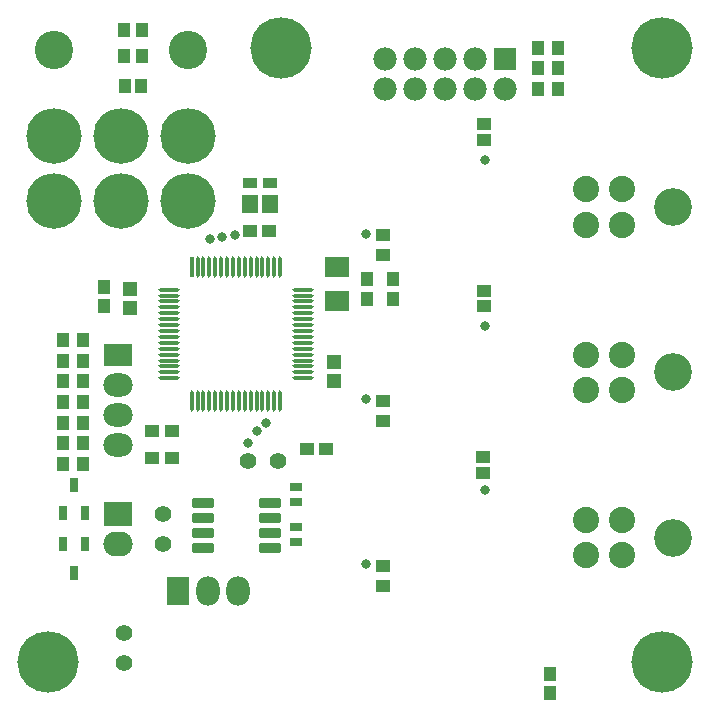
<source format=gbs>
G04*
G04 #@! TF.GenerationSoftware,Altium Limited,Altium Designer,20.2.6 (244)*
G04*
G04 Layer_Color=16711935*
%FSLAX25Y25*%
%MOIN*%
G70*
G04*
G04 #@! TF.SameCoordinates,023A6027-31B4-44E3-9114-37264AD4D944*
G04*
G04*
G04 #@! TF.FilePolarity,Negative*
G04*
G01*
G75*
%ADD36R,0.04560X0.03985*%
%ADD51R,0.04724X0.04331*%
%ADD52R,0.04921X0.04331*%
%ADD53R,0.03937X0.04724*%
%ADD54R,0.04331X0.04724*%
%ADD55R,0.05512X0.06299*%
%ADD64R,0.04724X0.04724*%
%ADD65O,0.09787X0.07787*%
%ADD66R,0.09787X0.07787*%
%ADD67C,0.12795*%
%ADD68C,0.18504*%
%ADD69C,0.07787*%
%ADD70R,0.07787X0.07787*%
%ADD71C,0.20472*%
%ADD72R,0.09787X0.08287*%
%ADD73O,0.09787X0.08287*%
%ADD74C,0.08787*%
%ADD75C,0.12598*%
%ADD76O,0.07787X0.09787*%
%ADD77R,0.07787X0.09787*%
%ADD78C,0.05512*%
%ADD79C,0.03150*%
G04:AMPARAMS|DCode=103|XSize=12.3mil|YSize=70.41mil|CornerRadius=6.15mil|HoleSize=0mil|Usage=FLASHONLY|Rotation=270.000|XOffset=0mil|YOffset=0mil|HoleType=Round|Shape=RoundedRectangle|*
%AMROUNDEDRECTD103*
21,1,0.01230,0.05810,0,0,270.0*
21,1,0.00000,0.07041,0,0,270.0*
1,1,0.01230,-0.02905,0.00000*
1,1,0.01230,-0.02905,0.00000*
1,1,0.01230,0.02905,0.00000*
1,1,0.01230,0.02905,0.00000*
%
%ADD103ROUNDEDRECTD103*%
G04:AMPARAMS|DCode=104|XSize=70.41mil|YSize=12.3mil|CornerRadius=6.15mil|HoleSize=0mil|Usage=FLASHONLY|Rotation=270.000|XOffset=0mil|YOffset=0mil|HoleType=Round|Shape=RoundedRectangle|*
%AMROUNDEDRECTD104*
21,1,0.07041,0.00000,0,0,270.0*
21,1,0.05810,0.01230,0,0,270.0*
1,1,0.01230,0.00000,-0.02905*
1,1,0.01230,0.00000,0.02905*
1,1,0.01230,0.00000,0.02905*
1,1,0.01230,0.00000,-0.02905*
%
%ADD104ROUNDEDRECTD104*%
%ADD105R,0.01230X0.07041*%
%ADD107R,0.03985X0.04560*%
G04:AMPARAMS|DCode=113|XSize=33.47mil|YSize=72.84mil|CornerRadius=5.86mil|HoleSize=0mil|Usage=FLASHONLY|Rotation=90.000|XOffset=0mil|YOffset=0mil|HoleType=Round|Shape=RoundedRectangle|*
%AMROUNDEDRECTD113*
21,1,0.03347,0.06112,0,0,90.0*
21,1,0.02175,0.07284,0,0,90.0*
1,1,0.01171,0.03056,0.01088*
1,1,0.01171,0.03056,-0.01088*
1,1,0.01171,-0.03056,-0.01088*
1,1,0.01171,-0.03056,0.01088*
%
%ADD113ROUNDEDRECTD113*%
%ADD114R,0.04331X0.04921*%
%ADD115R,0.04528X0.03543*%
%ADD116R,0.08268X0.07087*%
%ADD117R,0.03937X0.03150*%
%ADD118R,0.03150X0.04724*%
D36*
X108571Y86614D02*
D03*
X102059D02*
D03*
X89567Y159449D02*
D03*
X83055D02*
D03*
X50575Y92520D02*
D03*
X57087D02*
D03*
X50575Y83661D02*
D03*
X57087D02*
D03*
D51*
X127689Y157874D02*
D03*
Y151181D02*
D03*
Y102756D02*
D03*
Y96063D02*
D03*
Y47638D02*
D03*
Y40945D02*
D03*
D52*
X161153Y189579D02*
D03*
Y194894D02*
D03*
X160889Y78543D02*
D03*
Y83858D02*
D03*
X161153Y139480D02*
D03*
Y134165D02*
D03*
D53*
X41339Y226378D02*
D03*
X47244D02*
D03*
D54*
X179331Y206693D02*
D03*
X186024D02*
D03*
X179331Y220472D02*
D03*
X186024D02*
D03*
X179331Y213583D02*
D03*
X186024D02*
D03*
X27559Y102362D02*
D03*
X20866D02*
D03*
X27559Y116142D02*
D03*
X20866D02*
D03*
X27559Y81693D02*
D03*
X20866D02*
D03*
Y123031D02*
D03*
X27559D02*
D03*
X27559Y88583D02*
D03*
X20866D02*
D03*
X27559Y95472D02*
D03*
X20866D02*
D03*
X27559Y109252D02*
D03*
X20866D02*
D03*
D55*
X83268Y168307D02*
D03*
X89961D02*
D03*
D64*
X43307Y133661D02*
D03*
Y139961D02*
D03*
X111221Y109252D02*
D03*
Y115551D02*
D03*
D65*
X39370Y98110D02*
D03*
Y88110D02*
D03*
Y108110D02*
D03*
D66*
Y118110D02*
D03*
D67*
X62599Y219685D02*
D03*
X17717Y219685D02*
D03*
D68*
X62598Y169291D02*
D03*
X40157D02*
D03*
X17717D02*
D03*
X40157Y190945D02*
D03*
X62598Y190945D02*
D03*
X17717D02*
D03*
D69*
X148307Y206693D02*
D03*
X138307D02*
D03*
X158307D02*
D03*
X168307D02*
D03*
X148307Y216693D02*
D03*
X138307D02*
D03*
X158307D02*
D03*
X128307Y206693D02*
D03*
Y216693D02*
D03*
D70*
X168307D02*
D03*
D71*
X93504Y220472D02*
D03*
X15748Y15748D02*
D03*
X220472Y220472D02*
D03*
Y15748D02*
D03*
D72*
X39370Y64961D02*
D03*
D73*
Y54961D02*
D03*
D74*
X207137Y173228D02*
D03*
X195337D02*
D03*
X207137Y161429D02*
D03*
X195337Y161428D02*
D03*
Y51192D02*
D03*
X207137Y51193D02*
D03*
X195337Y62992D02*
D03*
X207137D02*
D03*
Y118110D02*
D03*
X195337D02*
D03*
X207137Y106311D02*
D03*
X195337Y106310D02*
D03*
D75*
X224145Y167323D02*
D03*
Y57087D02*
D03*
Y112205D02*
D03*
D76*
X79055Y39370D02*
D03*
X69055D02*
D03*
D77*
X59055D02*
D03*
D78*
X41339Y25184D02*
D03*
Y15184D02*
D03*
X54134Y64961D02*
D03*
Y54961D02*
D03*
X82677Y82677D02*
D03*
X92677D02*
D03*
D79*
X161417Y182863D02*
D03*
X121783Y48228D02*
D03*
X88582Y95472D02*
D03*
X82677Y88583D02*
D03*
X78059Y157995D02*
D03*
X69882Y156496D02*
D03*
X85630Y92520D02*
D03*
X73819Y157480D02*
D03*
X161700Y127574D02*
D03*
X161417Y72835D02*
D03*
X121783Y158465D02*
D03*
Y103347D02*
D03*
D103*
X56102Y139764D02*
D03*
Y137795D02*
D03*
Y135827D02*
D03*
Y133858D02*
D03*
X56102Y131890D02*
D03*
Y129921D02*
D03*
Y127953D02*
D03*
X56102Y125984D02*
D03*
Y124016D02*
D03*
X56102Y122047D02*
D03*
Y120079D02*
D03*
Y118110D02*
D03*
Y116142D02*
D03*
X56102Y114173D02*
D03*
Y112205D02*
D03*
Y110236D02*
D03*
X100915D02*
D03*
Y112205D02*
D03*
Y114173D02*
D03*
Y116142D02*
D03*
Y118110D02*
D03*
Y120079D02*
D03*
Y122047D02*
D03*
Y124016D02*
D03*
Y125984D02*
D03*
Y127953D02*
D03*
Y129921D02*
D03*
Y131890D02*
D03*
Y133858D02*
D03*
Y135827D02*
D03*
Y137795D02*
D03*
Y139764D02*
D03*
D104*
X63745Y102594D02*
D03*
X65713D02*
D03*
X67682D02*
D03*
X69650D02*
D03*
X71619D02*
D03*
X73587D02*
D03*
X75556D02*
D03*
X77525D02*
D03*
X79493D02*
D03*
X81462D02*
D03*
X83430D02*
D03*
X85399D02*
D03*
X87367D02*
D03*
X89336D02*
D03*
X91304D02*
D03*
X93273D02*
D03*
Y147406D02*
D03*
X91304D02*
D03*
X89336D02*
D03*
X87367D02*
D03*
X85399Y147406D02*
D03*
X83430D02*
D03*
X81462D02*
D03*
X79493Y147406D02*
D03*
X77525D02*
D03*
X75556Y147406D02*
D03*
X73588D02*
D03*
X71619D02*
D03*
X69650Y147406D02*
D03*
X67682D02*
D03*
X65713D02*
D03*
D105*
X63745D02*
D03*
D107*
X130905Y143323D02*
D03*
Y136811D02*
D03*
X34449Y134236D02*
D03*
Y140748D02*
D03*
X183071Y5299D02*
D03*
Y11811D02*
D03*
X122047Y136811D02*
D03*
Y143323D02*
D03*
D113*
X89862Y68524D02*
D03*
Y63524D02*
D03*
Y58524D02*
D03*
Y53524D02*
D03*
X67618Y68524D02*
D03*
Y63524D02*
D03*
Y58524D02*
D03*
Y53524D02*
D03*
D114*
X41634Y207677D02*
D03*
X46949D02*
D03*
X41339Y217520D02*
D03*
X47047Y217520D02*
D03*
D115*
X83366Y175197D02*
D03*
X89862D02*
D03*
D116*
X112205Y135827D02*
D03*
Y147244D02*
D03*
D117*
X98425Y55512D02*
D03*
Y60630D02*
D03*
Y68898D02*
D03*
Y74016D02*
D03*
D118*
X24606Y74606D02*
D03*
X20866Y65158D02*
D03*
X28346D02*
D03*
X24606Y45472D02*
D03*
X28346Y54921D02*
D03*
X20866D02*
D03*
M02*

</source>
